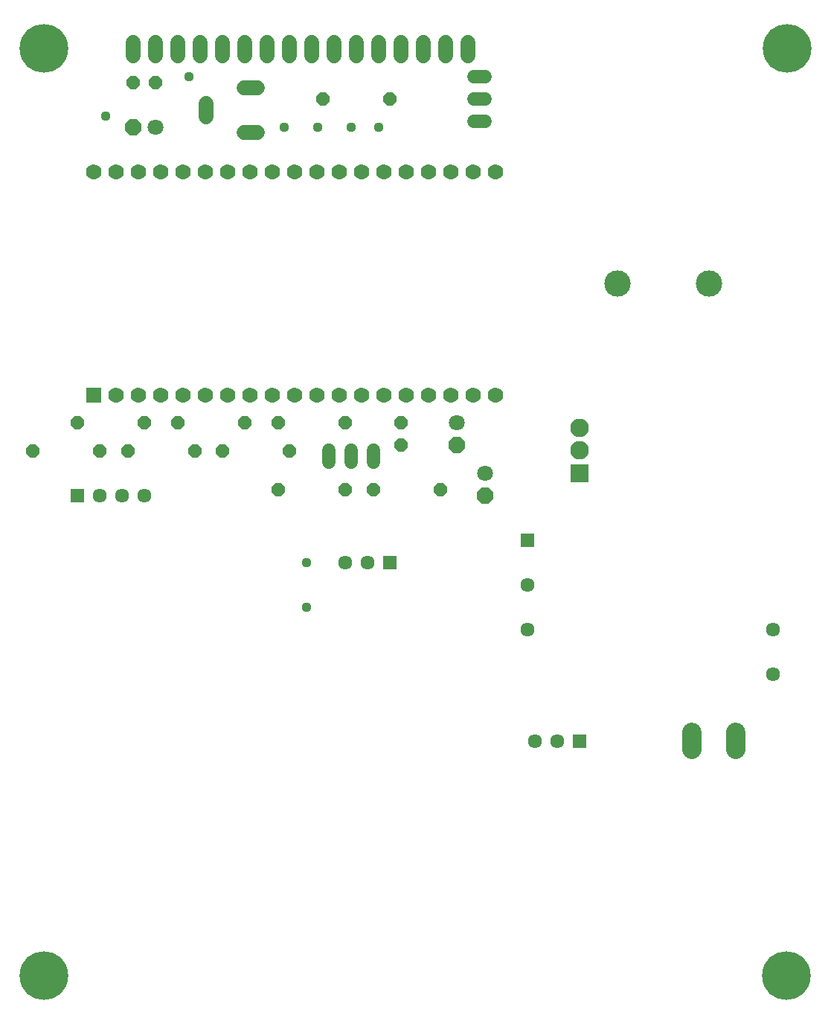
<source format=gts>
G04 EAGLE Gerber RS-274X export*
G75*
%MOMM*%
%FSLAX34Y34*%
%LPD*%
%INSoldermask Top*%
%IPPOS*%
%AMOC8*
5,1,8,0,0,1.08239X$1,22.5*%
G01*
G04 Define Apertures*
%ADD10P,1.64956X8X112.5*%
%ADD11P,1.95198X8X292.5*%
%ADD12C,1.803400*%
%ADD13P,1.64956X8X202.5*%
%ADD14P,1.95198X8X202.5*%
%ADD15C,5.537200*%
%ADD16C,1.727200*%
%ADD17C,1.524000*%
%ADD18P,1.64956X8X22.5*%
%ADD19R,1.763200X1.763200*%
%ADD20C,1.763200*%
%ADD21R,2.113200X2.113200*%
%ADD22C,2.113200*%
%ADD23C,1.611200*%
%ADD24R,1.611200X1.611200*%
%ADD25C,2.184400*%
%ADD26C,3.003200*%
%ADD27C,1.109600*%
D10*
X444500Y641350D03*
X444500Y666750D03*
D11*
X508000Y641350D03*
D12*
X508000Y666750D03*
D13*
X165100Y1054100D03*
X139700Y1054100D03*
D14*
X139700Y1003300D03*
D12*
X165100Y1003300D03*
D15*
X38100Y1092710D03*
X883720Y1092710D03*
X882650Y38100D03*
X38100Y38100D03*
D16*
X520700Y1084580D02*
X520700Y1099820D01*
X495300Y1099820D02*
X495300Y1084580D01*
X469900Y1084580D02*
X469900Y1099820D01*
X444500Y1099820D02*
X444500Y1084580D01*
X419100Y1084580D02*
X419100Y1099820D01*
X393700Y1099820D02*
X393700Y1084580D01*
X368300Y1084580D02*
X368300Y1099820D01*
X342900Y1099820D02*
X342900Y1084580D01*
X317500Y1084580D02*
X317500Y1099820D01*
X292100Y1099820D02*
X292100Y1084580D01*
X266700Y1084580D02*
X266700Y1099820D01*
X241300Y1099820D02*
X241300Y1084580D01*
X215900Y1084580D02*
X215900Y1099820D01*
X190500Y1099820D02*
X190500Y1084580D01*
X165100Y1084580D02*
X165100Y1099820D01*
X139700Y1099820D02*
X139700Y1084580D01*
D17*
X526796Y1060450D02*
X540004Y1060450D01*
X540004Y1009650D02*
X526796Y1009650D01*
X526796Y1035050D02*
X540004Y1035050D01*
X412750Y635254D02*
X412750Y622046D01*
X361950Y622046D02*
X361950Y635254D01*
X387350Y635254D02*
X387350Y622046D01*
D16*
X222250Y1014730D02*
X222250Y1029970D01*
X265430Y996950D02*
X280670Y996950D01*
X280670Y1047750D02*
X265430Y1047750D01*
D18*
X133350Y635000D03*
X209550Y635000D03*
X355600Y1035050D03*
X431800Y1035050D03*
X304800Y666750D03*
X381000Y666750D03*
D13*
X488950Y590550D03*
X412750Y590550D03*
X317500Y635000D03*
X241300Y635000D03*
X266700Y666750D03*
X190500Y666750D03*
X381000Y590550D03*
X304800Y590550D03*
X101600Y635000D03*
X25400Y635000D03*
D18*
X76200Y666750D03*
X152400Y666750D03*
D19*
X94500Y698500D03*
D20*
X119900Y698500D03*
X551700Y698500D03*
X145300Y698500D03*
X170700Y698500D03*
X196100Y698500D03*
X221500Y698500D03*
X246900Y698500D03*
X272300Y698500D03*
X297700Y698500D03*
X323100Y698500D03*
X348500Y698500D03*
X373900Y698500D03*
X399300Y698500D03*
X424700Y698500D03*
X450100Y698500D03*
X475500Y698500D03*
X500900Y698500D03*
X526300Y698500D03*
X94500Y952500D03*
X119900Y952500D03*
X145300Y952500D03*
X170700Y952500D03*
X196100Y952500D03*
X221500Y952500D03*
X246900Y952500D03*
X272300Y952500D03*
X297700Y952500D03*
X323100Y952500D03*
X348500Y952500D03*
X373900Y952500D03*
X399300Y952500D03*
X424700Y952500D03*
X450100Y952500D03*
X475500Y952500D03*
X500900Y952500D03*
X526300Y952500D03*
X551700Y952500D03*
D21*
X647700Y609600D03*
D22*
X647700Y635100D03*
X647700Y660600D03*
D23*
X867900Y381000D03*
X867900Y431800D03*
X588500Y431800D03*
X588500Y482600D03*
D24*
X588500Y533400D03*
D25*
X825246Y314706D02*
X825246Y294894D01*
X774954Y294894D02*
X774954Y314706D01*
D24*
X76200Y584200D03*
D23*
X101600Y584200D03*
X152400Y584200D03*
X127000Y584200D03*
X406400Y508000D03*
X381000Y508000D03*
D24*
X431800Y508000D03*
D23*
X622300Y304800D03*
D24*
X647700Y304800D03*
D23*
X596900Y304800D03*
D26*
X795020Y825500D03*
X690880Y825500D03*
D11*
X539750Y584200D03*
D12*
X539750Y609600D03*
D27*
X203200Y1060450D03*
X107950Y1016000D03*
X419100Y1003300D03*
X387350Y1003300D03*
X349250Y1003300D03*
X311150Y1003300D03*
X336550Y508000D03*
X336550Y457200D03*
M02*

</source>
